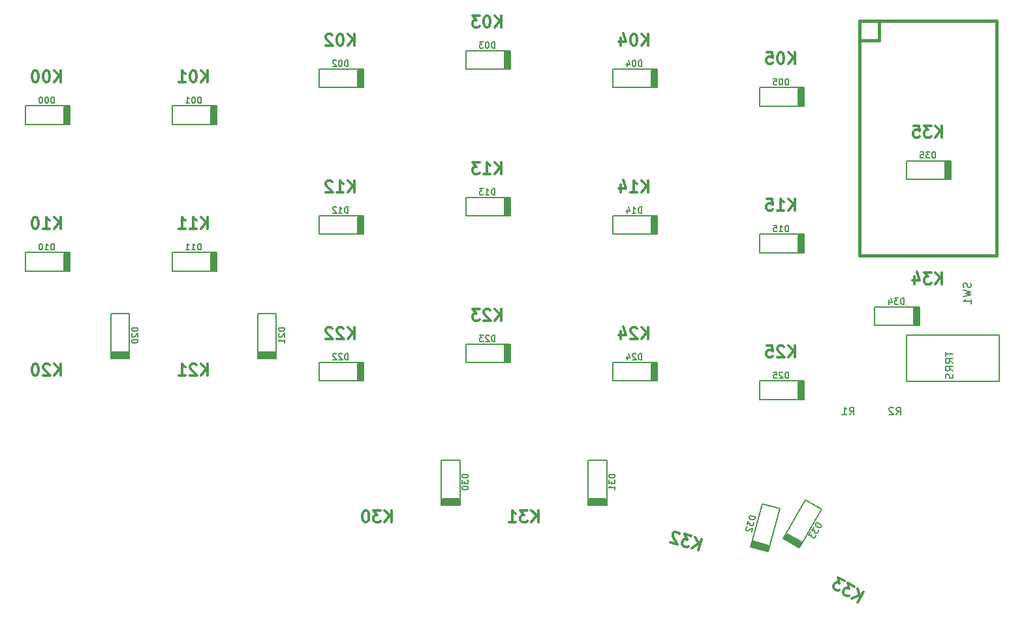
<source format=gbo>
G04 #@! TF.GenerationSoftware,KiCad,Pcbnew,(5.0.2)-1*
G04 #@! TF.CreationDate,2019-10-01T11:10:32-07:00*
G04 #@! TF.ProjectId,alexshatesu,616c6578-7368-4617-9465-73752e6b6963,rev?*
G04 #@! TF.SameCoordinates,Original*
G04 #@! TF.FileFunction,Legend,Bot*
G04 #@! TF.FilePolarity,Positive*
%FSLAX46Y46*%
G04 Gerber Fmt 4.6, Leading zero omitted, Abs format (unit mm)*
G04 Created by KiCad (PCBNEW (5.0.2)-1) date 2019-10-01 11:10:32 AM*
%MOMM*%
%LPD*%
G01*
G04 APERTURE LIST*
%ADD10C,0.150000*%
%ADD11C,0.381000*%
%ADD12C,0.200000*%
%ADD13C,0.304800*%
G04 APERTURE END LIST*
D10*
X119854761Y-31336666D02*
X119902380Y-31479523D01*
X119902380Y-31717619D01*
X119854761Y-31812857D01*
X119807142Y-31860476D01*
X119711904Y-31908095D01*
X119616666Y-31908095D01*
X119521428Y-31860476D01*
X119473809Y-31812857D01*
X119426190Y-31717619D01*
X119378571Y-31527142D01*
X119330952Y-31431904D01*
X119283333Y-31384285D01*
X119188095Y-31336666D01*
X119092857Y-31336666D01*
X118997619Y-31384285D01*
X118950000Y-31431904D01*
X118902380Y-31527142D01*
X118902380Y-31765238D01*
X118950000Y-31908095D01*
X118902380Y-32241428D02*
X119902380Y-32479523D01*
X119188095Y-32670000D01*
X119902380Y-32860476D01*
X118902380Y-33098571D01*
X119902380Y-34003333D02*
X119902380Y-33431904D01*
X119902380Y-33717619D02*
X118902380Y-33717619D01*
X119045238Y-33622380D01*
X119140476Y-33527142D01*
X119188095Y-33431904D01*
X104136666Y-48452380D02*
X104470000Y-47976190D01*
X104708095Y-48452380D02*
X104708095Y-47452380D01*
X104327142Y-47452380D01*
X104231904Y-47500000D01*
X104184285Y-47547619D01*
X104136666Y-47642857D01*
X104136666Y-47785714D01*
X104184285Y-47880952D01*
X104231904Y-47928571D01*
X104327142Y-47976190D01*
X104708095Y-47976190D01*
X103184285Y-48452380D02*
X103755714Y-48452380D01*
X103470000Y-48452380D02*
X103470000Y-47452380D01*
X103565238Y-47595238D01*
X103660476Y-47690476D01*
X103755714Y-47738095D01*
X110216666Y-48452380D02*
X110550000Y-47976190D01*
X110788095Y-48452380D02*
X110788095Y-47452380D01*
X110407142Y-47452380D01*
X110311904Y-47500000D01*
X110264285Y-47547619D01*
X110216666Y-47642857D01*
X110216666Y-47785714D01*
X110264285Y-47880952D01*
X110311904Y-47928571D01*
X110407142Y-47976190D01*
X110788095Y-47976190D01*
X109835714Y-47547619D02*
X109788095Y-47500000D01*
X109692857Y-47452380D01*
X109454761Y-47452380D01*
X109359523Y-47500000D01*
X109311904Y-47547619D01*
X109264285Y-47642857D01*
X109264285Y-47738095D01*
X109311904Y-47880952D01*
X109883333Y-48452380D01*
X109264285Y-48452380D01*
D11*
G04 #@! TO.C,U1*
X107950000Y200000D02*
X105410000Y200000D01*
X107950000Y2740000D02*
X107950000Y200000D01*
X105410000Y2740000D02*
X105410000Y-27740000D01*
X105410000Y-27740000D02*
X123190000Y-27740000D01*
X123190000Y2740000D02*
X105410000Y2740000D01*
X123190000Y-27740000D02*
X123190000Y2740000D01*
D10*
G04 #@! TO.C,J1*
X111540000Y-38112500D02*
X123540000Y-38112500D01*
X111540000Y-44112500D02*
X111540000Y-38112500D01*
X123540000Y-44112500D02*
X111540000Y-44112500D01*
X123540000Y-38112500D02*
X123540000Y-44112500D01*
D12*
G04 #@! TO.C,D00*
X-2800000Y-8325000D02*
X3000000Y-8325000D01*
X-2800000Y-10725000D02*
X-2800000Y-8325000D01*
X3000000Y-10725000D02*
X-2800000Y-10725000D01*
X3025000Y-8325000D02*
X3025000Y-10725000D01*
D10*
G36*
X2921000Y-10604500D02*
X2921000Y-8445500D01*
X2222500Y-8445500D01*
X2222500Y-10604500D01*
X2921000Y-10604500D01*
G37*
X2921000Y-10604500D02*
X2921000Y-8445500D01*
X2222500Y-8445500D01*
X2222500Y-10604500D01*
X2921000Y-10604500D01*
G04 #@! TO.C,D01*
G36*
X21971000Y-10604500D02*
X21971000Y-8445500D01*
X21272500Y-8445500D01*
X21272500Y-10604500D01*
X21971000Y-10604500D01*
G37*
X21971000Y-10604500D02*
X21971000Y-8445500D01*
X21272500Y-8445500D01*
X21272500Y-10604500D01*
X21971000Y-10604500D01*
D12*
X22075000Y-8325000D02*
X22075000Y-10725000D01*
X22050000Y-10725000D02*
X16250000Y-10725000D01*
X16250000Y-10725000D02*
X16250000Y-8325000D01*
X16250000Y-8325000D02*
X22050000Y-8325000D01*
G04 #@! TO.C,D02*
X35300000Y-3562500D02*
X41100000Y-3562500D01*
X35300000Y-5962500D02*
X35300000Y-3562500D01*
X41100000Y-5962500D02*
X35300000Y-5962500D01*
X41125000Y-3562500D02*
X41125000Y-5962500D01*
D10*
G36*
X41021000Y-5842000D02*
X41021000Y-3683000D01*
X40322500Y-3683000D01*
X40322500Y-5842000D01*
X41021000Y-5842000D01*
G37*
X41021000Y-5842000D02*
X41021000Y-3683000D01*
X40322500Y-3683000D01*
X40322500Y-5842000D01*
X41021000Y-5842000D01*
G04 #@! TO.C,D03*
G36*
X60071000Y-3460750D02*
X60071000Y-1301750D01*
X59372500Y-1301750D01*
X59372500Y-3460750D01*
X60071000Y-3460750D01*
G37*
X60071000Y-3460750D02*
X60071000Y-1301750D01*
X59372500Y-1301750D01*
X59372500Y-3460750D01*
X60071000Y-3460750D01*
D12*
X60175000Y-1181250D02*
X60175000Y-3581250D01*
X60150000Y-3581250D02*
X54350000Y-3581250D01*
X54350000Y-3581250D02*
X54350000Y-1181250D01*
X54350000Y-1181250D02*
X60150000Y-1181250D01*
G04 #@! TO.C,D04*
X73400000Y-3562500D02*
X79200000Y-3562500D01*
X73400000Y-5962500D02*
X73400000Y-3562500D01*
X79200000Y-5962500D02*
X73400000Y-5962500D01*
X79225000Y-3562500D02*
X79225000Y-5962500D01*
D10*
G36*
X79121000Y-5842000D02*
X79121000Y-3683000D01*
X78422500Y-3683000D01*
X78422500Y-5842000D01*
X79121000Y-5842000D01*
G37*
X79121000Y-5842000D02*
X79121000Y-3683000D01*
X78422500Y-3683000D01*
X78422500Y-5842000D01*
X79121000Y-5842000D01*
G04 #@! TO.C,D05*
G36*
X98171000Y-8223250D02*
X98171000Y-6064250D01*
X97472500Y-6064250D01*
X97472500Y-8223250D01*
X98171000Y-8223250D01*
G37*
X98171000Y-8223250D02*
X98171000Y-6064250D01*
X97472500Y-6064250D01*
X97472500Y-8223250D01*
X98171000Y-8223250D01*
D12*
X98275000Y-5943750D02*
X98275000Y-8343750D01*
X98250000Y-8343750D02*
X92450000Y-8343750D01*
X92450000Y-8343750D02*
X92450000Y-5943750D01*
X92450000Y-5943750D02*
X98250000Y-5943750D01*
D10*
G04 #@! TO.C,D10*
G36*
X2921000Y-29654500D02*
X2921000Y-27495500D01*
X2222500Y-27495500D01*
X2222500Y-29654500D01*
X2921000Y-29654500D01*
G37*
X2921000Y-29654500D02*
X2921000Y-27495500D01*
X2222500Y-27495500D01*
X2222500Y-29654500D01*
X2921000Y-29654500D01*
D12*
X3025000Y-27375000D02*
X3025000Y-29775000D01*
X3000000Y-29775000D02*
X-2800000Y-29775000D01*
X-2800000Y-29775000D02*
X-2800000Y-27375000D01*
X-2800000Y-27375000D02*
X3000000Y-27375000D01*
G04 #@! TO.C,D11*
X16250000Y-27375000D02*
X22050000Y-27375000D01*
X16250000Y-29775000D02*
X16250000Y-27375000D01*
X22050000Y-29775000D02*
X16250000Y-29775000D01*
X22075000Y-27375000D02*
X22075000Y-29775000D01*
D10*
G36*
X21971000Y-29654500D02*
X21971000Y-27495500D01*
X21272500Y-27495500D01*
X21272500Y-29654500D01*
X21971000Y-29654500D01*
G37*
X21971000Y-29654500D02*
X21971000Y-27495500D01*
X21272500Y-27495500D01*
X21272500Y-29654500D01*
X21971000Y-29654500D01*
G04 #@! TO.C,D12*
G36*
X41021000Y-24892000D02*
X41021000Y-22733000D01*
X40322500Y-22733000D01*
X40322500Y-24892000D01*
X41021000Y-24892000D01*
G37*
X41021000Y-24892000D02*
X41021000Y-22733000D01*
X40322500Y-22733000D01*
X40322500Y-24892000D01*
X41021000Y-24892000D01*
D12*
X41125000Y-22612500D02*
X41125000Y-25012500D01*
X41100000Y-25012500D02*
X35300000Y-25012500D01*
X35300000Y-25012500D02*
X35300000Y-22612500D01*
X35300000Y-22612500D02*
X41100000Y-22612500D01*
G04 #@! TO.C,D13*
X54350000Y-20231250D02*
X60150000Y-20231250D01*
X54350000Y-22631250D02*
X54350000Y-20231250D01*
X60150000Y-22631250D02*
X54350000Y-22631250D01*
X60175000Y-20231250D02*
X60175000Y-22631250D01*
D10*
G36*
X60071000Y-22510750D02*
X60071000Y-20351750D01*
X59372500Y-20351750D01*
X59372500Y-22510750D01*
X60071000Y-22510750D01*
G37*
X60071000Y-22510750D02*
X60071000Y-20351750D01*
X59372500Y-20351750D01*
X59372500Y-22510750D01*
X60071000Y-22510750D01*
G04 #@! TO.C,D14*
G36*
X79121000Y-24892000D02*
X79121000Y-22733000D01*
X78422500Y-22733000D01*
X78422500Y-24892000D01*
X79121000Y-24892000D01*
G37*
X79121000Y-24892000D02*
X79121000Y-22733000D01*
X78422500Y-22733000D01*
X78422500Y-24892000D01*
X79121000Y-24892000D01*
D12*
X79225000Y-22612500D02*
X79225000Y-25012500D01*
X79200000Y-25012500D02*
X73400000Y-25012500D01*
X73400000Y-25012500D02*
X73400000Y-22612500D01*
X73400000Y-22612500D02*
X79200000Y-22612500D01*
G04 #@! TO.C,D15*
X92450000Y-24993750D02*
X98250000Y-24993750D01*
X92450000Y-27393750D02*
X92450000Y-24993750D01*
X98250000Y-27393750D02*
X92450000Y-27393750D01*
X98275000Y-24993750D02*
X98275000Y-27393750D01*
D10*
G36*
X98171000Y-27273250D02*
X98171000Y-25114250D01*
X97472500Y-25114250D01*
X97472500Y-27273250D01*
X98171000Y-27273250D01*
G37*
X98171000Y-27273250D02*
X98171000Y-25114250D01*
X97472500Y-25114250D01*
X97472500Y-27273250D01*
X98171000Y-27273250D01*
G04 #@! TO.C,D20*
G36*
X8445500Y-41021000D02*
X10604500Y-41021000D01*
X10604500Y-40322500D01*
X8445500Y-40322500D01*
X8445500Y-41021000D01*
G37*
X8445500Y-41021000D02*
X10604500Y-41021000D01*
X10604500Y-40322500D01*
X8445500Y-40322500D01*
X8445500Y-41021000D01*
D12*
X10725000Y-41125000D02*
X8325000Y-41125000D01*
X8325000Y-41100000D02*
X8325000Y-35300000D01*
X8325000Y-35300000D02*
X10725000Y-35300000D01*
X10725000Y-35300000D02*
X10725000Y-41100000D01*
G04 #@! TO.C,D21*
X29775000Y-35300000D02*
X29775000Y-41100000D01*
X27375000Y-35300000D02*
X29775000Y-35300000D01*
X27375000Y-41100000D02*
X27375000Y-35300000D01*
X29775000Y-41125000D02*
X27375000Y-41125000D01*
D10*
G36*
X27495500Y-41021000D02*
X29654500Y-41021000D01*
X29654500Y-40322500D01*
X27495500Y-40322500D01*
X27495500Y-41021000D01*
G37*
X27495500Y-41021000D02*
X29654500Y-41021000D01*
X29654500Y-40322500D01*
X27495500Y-40322500D01*
X27495500Y-41021000D01*
G04 #@! TO.C,D22*
G36*
X41021000Y-43942000D02*
X41021000Y-41783000D01*
X40322500Y-41783000D01*
X40322500Y-43942000D01*
X41021000Y-43942000D01*
G37*
X41021000Y-43942000D02*
X41021000Y-41783000D01*
X40322500Y-41783000D01*
X40322500Y-43942000D01*
X41021000Y-43942000D01*
D12*
X41125000Y-41662500D02*
X41125000Y-44062500D01*
X41100000Y-44062500D02*
X35300000Y-44062500D01*
X35300000Y-44062500D02*
X35300000Y-41662500D01*
X35300000Y-41662500D02*
X41100000Y-41662500D01*
G04 #@! TO.C,D23*
X54350000Y-39281250D02*
X60150000Y-39281250D01*
X54350000Y-41681250D02*
X54350000Y-39281250D01*
X60150000Y-41681250D02*
X54350000Y-41681250D01*
X60175000Y-39281250D02*
X60175000Y-41681250D01*
D10*
G36*
X60071000Y-41560750D02*
X60071000Y-39401750D01*
X59372500Y-39401750D01*
X59372500Y-41560750D01*
X60071000Y-41560750D01*
G37*
X60071000Y-41560750D02*
X60071000Y-39401750D01*
X59372500Y-39401750D01*
X59372500Y-41560750D01*
X60071000Y-41560750D01*
G04 #@! TO.C,D24*
G36*
X79121000Y-43942000D02*
X79121000Y-41783000D01*
X78422500Y-41783000D01*
X78422500Y-43942000D01*
X79121000Y-43942000D01*
G37*
X79121000Y-43942000D02*
X79121000Y-41783000D01*
X78422500Y-41783000D01*
X78422500Y-43942000D01*
X79121000Y-43942000D01*
D12*
X79225000Y-41662500D02*
X79225000Y-44062500D01*
X79200000Y-44062500D02*
X73400000Y-44062500D01*
X73400000Y-44062500D02*
X73400000Y-41662500D01*
X73400000Y-41662500D02*
X79200000Y-41662500D01*
G04 #@! TO.C,D25*
X92450000Y-44043750D02*
X98250000Y-44043750D01*
X92450000Y-46443750D02*
X92450000Y-44043750D01*
X98250000Y-46443750D02*
X92450000Y-46443750D01*
X98275000Y-44043750D02*
X98275000Y-46443750D01*
D10*
G36*
X98171000Y-46323250D02*
X98171000Y-44164250D01*
X97472500Y-44164250D01*
X97472500Y-46323250D01*
X98171000Y-46323250D01*
G37*
X98171000Y-46323250D02*
X98171000Y-44164250D01*
X97472500Y-44164250D01*
X97472500Y-46323250D01*
X98171000Y-46323250D01*
G04 #@! TO.C,D30*
G36*
X51308000Y-60071000D02*
X53467000Y-60071000D01*
X53467000Y-59372500D01*
X51308000Y-59372500D01*
X51308000Y-60071000D01*
G37*
X51308000Y-60071000D02*
X53467000Y-60071000D01*
X53467000Y-59372500D01*
X51308000Y-59372500D01*
X51308000Y-60071000D01*
D12*
X53587500Y-60175000D02*
X51187500Y-60175000D01*
X51187500Y-60150000D02*
X51187500Y-54350000D01*
X51187500Y-54350000D02*
X53587500Y-54350000D01*
X53587500Y-54350000D02*
X53587500Y-60150000D01*
G04 #@! TO.C,D31*
X72637500Y-54350000D02*
X72637500Y-60150000D01*
X70237500Y-54350000D02*
X72637500Y-54350000D01*
X70237500Y-60150000D02*
X70237500Y-54350000D01*
X72637500Y-60175000D02*
X70237500Y-60175000D01*
D10*
G36*
X70358000Y-60071000D02*
X72517000Y-60071000D01*
X72517000Y-59372500D01*
X70358000Y-59372500D01*
X70358000Y-60071000D01*
G37*
X70358000Y-60071000D02*
X72517000Y-60071000D01*
X72517000Y-59372500D01*
X70358000Y-59372500D01*
X70358000Y-60071000D01*
G04 #@! TO.C,D32*
G36*
X91431273Y-65552074D02*
X93516706Y-66110864D01*
X93697492Y-65436165D01*
X91612058Y-64877375D01*
X91431273Y-65552074D01*
G37*
X91431273Y-65552074D02*
X93516706Y-66110864D01*
X93697492Y-65436165D01*
X91612058Y-64877375D01*
X91431273Y-65552074D01*
D12*
X93606183Y-66242508D02*
X91287961Y-65621343D01*
X91294432Y-65597195D02*
X92795582Y-59994825D01*
X92795582Y-59994825D02*
X95113804Y-60615992D01*
X95113804Y-60615992D02*
X93612654Y-66218360D01*
G04 #@! TO.C,D33*
X100519230Y-60685129D02*
X97619230Y-65708076D01*
X98440770Y-59485129D02*
X100519230Y-60685129D01*
X95540770Y-64508076D02*
X98440770Y-59485129D01*
X97606730Y-65729727D02*
X95528270Y-64529727D01*
D10*
G36*
X95684626Y-64499910D02*
X97554374Y-65579410D01*
X97903624Y-64974491D01*
X96033876Y-63894991D01*
X95684626Y-64499910D01*
G37*
X95684626Y-64499910D02*
X97554374Y-65579410D01*
X97903624Y-64974491D01*
X96033876Y-63894991D01*
X95684626Y-64499910D01*
G04 #@! TO.C,D34*
G36*
X113141000Y-36729500D02*
X113141000Y-34570500D01*
X112442500Y-34570500D01*
X112442500Y-36729500D01*
X113141000Y-36729500D01*
G37*
X113141000Y-36729500D02*
X113141000Y-34570500D01*
X112442500Y-34570500D01*
X112442500Y-36729500D01*
X113141000Y-36729500D01*
D12*
X113245000Y-34450000D02*
X113245000Y-36850000D01*
X113220000Y-36850000D02*
X107420000Y-36850000D01*
X107420000Y-36850000D02*
X107420000Y-34450000D01*
X107420000Y-34450000D02*
X113220000Y-34450000D01*
G04 #@! TO.C,D35*
X111500000Y-15468750D02*
X117300000Y-15468750D01*
X111500000Y-17868750D02*
X111500000Y-15468750D01*
X117300000Y-17868750D02*
X111500000Y-17868750D01*
X117325000Y-15468750D02*
X117325000Y-17868750D01*
D10*
G36*
X117221000Y-17748250D02*
X117221000Y-15589250D01*
X116522500Y-15589250D01*
X116522500Y-17748250D01*
X117221000Y-17748250D01*
G37*
X117221000Y-17748250D02*
X117221000Y-15589250D01*
X116522500Y-15589250D01*
X116522500Y-17748250D01*
X117221000Y-17748250D01*
G04 #@! TO.C,J1*
X116578880Y-40275095D02*
X116578880Y-40846523D01*
X117578880Y-40560809D02*
X116578880Y-40560809D01*
X117578880Y-41751285D02*
X117102690Y-41417952D01*
X117578880Y-41179857D02*
X116578880Y-41179857D01*
X116578880Y-41560809D01*
X116626500Y-41656047D01*
X116674119Y-41703666D01*
X116769357Y-41751285D01*
X116912214Y-41751285D01*
X117007452Y-41703666D01*
X117055071Y-41656047D01*
X117102690Y-41560809D01*
X117102690Y-41179857D01*
X117578880Y-42751285D02*
X117102690Y-42417952D01*
X117578880Y-42179857D02*
X116578880Y-42179857D01*
X116578880Y-42560809D01*
X116626500Y-42656047D01*
X116674119Y-42703666D01*
X116769357Y-42751285D01*
X116912214Y-42751285D01*
X117007452Y-42703666D01*
X117055071Y-42656047D01*
X117102690Y-42560809D01*
X117102690Y-42179857D01*
X117531261Y-43132238D02*
X117578880Y-43275095D01*
X117578880Y-43513190D01*
X117531261Y-43608428D01*
X117483642Y-43656047D01*
X117388404Y-43703666D01*
X117293166Y-43703666D01*
X117197928Y-43656047D01*
X117150309Y-43608428D01*
X117102690Y-43513190D01*
X117055071Y-43322714D01*
X117007452Y-43227476D01*
X116959833Y-43179857D01*
X116864595Y-43132238D01*
X116769357Y-43132238D01*
X116674119Y-43179857D01*
X116626500Y-43227476D01*
X116578880Y-43322714D01*
X116578880Y-43560809D01*
X116626500Y-43703666D01*
G04 #@! TO.C,D00*
X971428Y-7961904D02*
X971428Y-7161904D01*
X780952Y-7161904D01*
X666666Y-7200000D01*
X590476Y-7276190D01*
X552380Y-7352380D01*
X514285Y-7504761D01*
X514285Y-7619047D01*
X552380Y-7771428D01*
X590476Y-7847619D01*
X666666Y-7923809D01*
X780952Y-7961904D01*
X971428Y-7961904D01*
X19047Y-7161904D02*
X-57142Y-7161904D01*
X-133333Y-7200000D01*
X-171428Y-7238095D01*
X-209523Y-7314285D01*
X-247619Y-7466666D01*
X-247619Y-7657142D01*
X-209523Y-7809523D01*
X-171428Y-7885714D01*
X-133333Y-7923809D01*
X-57142Y-7961904D01*
X19047Y-7961904D01*
X95238Y-7923809D01*
X133333Y-7885714D01*
X171428Y-7809523D01*
X209523Y-7657142D01*
X209523Y-7466666D01*
X171428Y-7314285D01*
X133333Y-7238095D01*
X95238Y-7200000D01*
X19047Y-7161904D01*
X-742857Y-7161904D02*
X-819047Y-7161904D01*
X-895238Y-7200000D01*
X-933333Y-7238095D01*
X-971428Y-7314285D01*
X-1009523Y-7466666D01*
X-1009523Y-7657142D01*
X-971428Y-7809523D01*
X-933333Y-7885714D01*
X-895238Y-7923809D01*
X-819047Y-7961904D01*
X-742857Y-7961904D01*
X-666666Y-7923809D01*
X-628571Y-7885714D01*
X-590476Y-7809523D01*
X-552380Y-7657142D01*
X-552380Y-7466666D01*
X-590476Y-7314285D01*
X-628571Y-7238095D01*
X-666666Y-7200000D01*
X-742857Y-7161904D01*
G04 #@! TO.C,D01*
X20021428Y-7961904D02*
X20021428Y-7161904D01*
X19830952Y-7161904D01*
X19716666Y-7200000D01*
X19640476Y-7276190D01*
X19602380Y-7352380D01*
X19564285Y-7504761D01*
X19564285Y-7619047D01*
X19602380Y-7771428D01*
X19640476Y-7847619D01*
X19716666Y-7923809D01*
X19830952Y-7961904D01*
X20021428Y-7961904D01*
X19069047Y-7161904D02*
X18992857Y-7161904D01*
X18916666Y-7200000D01*
X18878571Y-7238095D01*
X18840476Y-7314285D01*
X18802380Y-7466666D01*
X18802380Y-7657142D01*
X18840476Y-7809523D01*
X18878571Y-7885714D01*
X18916666Y-7923809D01*
X18992857Y-7961904D01*
X19069047Y-7961904D01*
X19145238Y-7923809D01*
X19183333Y-7885714D01*
X19221428Y-7809523D01*
X19259523Y-7657142D01*
X19259523Y-7466666D01*
X19221428Y-7314285D01*
X19183333Y-7238095D01*
X19145238Y-7200000D01*
X19069047Y-7161904D01*
X18040476Y-7961904D02*
X18497619Y-7961904D01*
X18269047Y-7961904D02*
X18269047Y-7161904D01*
X18345238Y-7276190D01*
X18421428Y-7352380D01*
X18497619Y-7390476D01*
G04 #@! TO.C,D02*
X39071428Y-3199404D02*
X39071428Y-2399404D01*
X38880952Y-2399404D01*
X38766666Y-2437500D01*
X38690476Y-2513690D01*
X38652380Y-2589880D01*
X38614285Y-2742261D01*
X38614285Y-2856547D01*
X38652380Y-3008928D01*
X38690476Y-3085119D01*
X38766666Y-3161309D01*
X38880952Y-3199404D01*
X39071428Y-3199404D01*
X38119047Y-2399404D02*
X38042857Y-2399404D01*
X37966666Y-2437500D01*
X37928571Y-2475595D01*
X37890476Y-2551785D01*
X37852380Y-2704166D01*
X37852380Y-2894642D01*
X37890476Y-3047023D01*
X37928571Y-3123214D01*
X37966666Y-3161309D01*
X38042857Y-3199404D01*
X38119047Y-3199404D01*
X38195238Y-3161309D01*
X38233333Y-3123214D01*
X38271428Y-3047023D01*
X38309523Y-2894642D01*
X38309523Y-2704166D01*
X38271428Y-2551785D01*
X38233333Y-2475595D01*
X38195238Y-2437500D01*
X38119047Y-2399404D01*
X37547619Y-2475595D02*
X37509523Y-2437500D01*
X37433333Y-2399404D01*
X37242857Y-2399404D01*
X37166666Y-2437500D01*
X37128571Y-2475595D01*
X37090476Y-2551785D01*
X37090476Y-2627976D01*
X37128571Y-2742261D01*
X37585714Y-3199404D01*
X37090476Y-3199404D01*
G04 #@! TO.C,D03*
X58121428Y-818154D02*
X58121428Y-18154D01*
X57930952Y-18154D01*
X57816666Y-56250D01*
X57740476Y-132440D01*
X57702380Y-208630D01*
X57664285Y-361011D01*
X57664285Y-475297D01*
X57702380Y-627678D01*
X57740476Y-703869D01*
X57816666Y-780059D01*
X57930952Y-818154D01*
X58121428Y-818154D01*
X57169047Y-18154D02*
X57092857Y-18154D01*
X57016666Y-56250D01*
X56978571Y-94345D01*
X56940476Y-170535D01*
X56902380Y-322916D01*
X56902380Y-513392D01*
X56940476Y-665773D01*
X56978571Y-741964D01*
X57016666Y-780059D01*
X57092857Y-818154D01*
X57169047Y-818154D01*
X57245238Y-780059D01*
X57283333Y-741964D01*
X57321428Y-665773D01*
X57359523Y-513392D01*
X57359523Y-322916D01*
X57321428Y-170535D01*
X57283333Y-94345D01*
X57245238Y-56250D01*
X57169047Y-18154D01*
X56635714Y-18154D02*
X56140476Y-18154D01*
X56407142Y-322916D01*
X56292857Y-322916D01*
X56216666Y-361011D01*
X56178571Y-399107D01*
X56140476Y-475297D01*
X56140476Y-665773D01*
X56178571Y-741964D01*
X56216666Y-780059D01*
X56292857Y-818154D01*
X56521428Y-818154D01*
X56597619Y-780059D01*
X56635714Y-741964D01*
G04 #@! TO.C,D04*
X77171428Y-3199404D02*
X77171428Y-2399404D01*
X76980952Y-2399404D01*
X76866666Y-2437500D01*
X76790476Y-2513690D01*
X76752380Y-2589880D01*
X76714285Y-2742261D01*
X76714285Y-2856547D01*
X76752380Y-3008928D01*
X76790476Y-3085119D01*
X76866666Y-3161309D01*
X76980952Y-3199404D01*
X77171428Y-3199404D01*
X76219047Y-2399404D02*
X76142857Y-2399404D01*
X76066666Y-2437500D01*
X76028571Y-2475595D01*
X75990476Y-2551785D01*
X75952380Y-2704166D01*
X75952380Y-2894642D01*
X75990476Y-3047023D01*
X76028571Y-3123214D01*
X76066666Y-3161309D01*
X76142857Y-3199404D01*
X76219047Y-3199404D01*
X76295238Y-3161309D01*
X76333333Y-3123214D01*
X76371428Y-3047023D01*
X76409523Y-2894642D01*
X76409523Y-2704166D01*
X76371428Y-2551785D01*
X76333333Y-2475595D01*
X76295238Y-2437500D01*
X76219047Y-2399404D01*
X75266666Y-2666071D02*
X75266666Y-3199404D01*
X75457142Y-2361309D02*
X75647619Y-2932738D01*
X75152380Y-2932738D01*
G04 #@! TO.C,D05*
X96221428Y-5580654D02*
X96221428Y-4780654D01*
X96030952Y-4780654D01*
X95916666Y-4818750D01*
X95840476Y-4894940D01*
X95802380Y-4971130D01*
X95764285Y-5123511D01*
X95764285Y-5237797D01*
X95802380Y-5390178D01*
X95840476Y-5466369D01*
X95916666Y-5542559D01*
X96030952Y-5580654D01*
X96221428Y-5580654D01*
X95269047Y-4780654D02*
X95192857Y-4780654D01*
X95116666Y-4818750D01*
X95078571Y-4856845D01*
X95040476Y-4933035D01*
X95002380Y-5085416D01*
X95002380Y-5275892D01*
X95040476Y-5428273D01*
X95078571Y-5504464D01*
X95116666Y-5542559D01*
X95192857Y-5580654D01*
X95269047Y-5580654D01*
X95345238Y-5542559D01*
X95383333Y-5504464D01*
X95421428Y-5428273D01*
X95459523Y-5275892D01*
X95459523Y-5085416D01*
X95421428Y-4933035D01*
X95383333Y-4856845D01*
X95345238Y-4818750D01*
X95269047Y-4780654D01*
X94278571Y-4780654D02*
X94659523Y-4780654D01*
X94697619Y-5161607D01*
X94659523Y-5123511D01*
X94583333Y-5085416D01*
X94392857Y-5085416D01*
X94316666Y-5123511D01*
X94278571Y-5161607D01*
X94240476Y-5237797D01*
X94240476Y-5428273D01*
X94278571Y-5504464D01*
X94316666Y-5542559D01*
X94392857Y-5580654D01*
X94583333Y-5580654D01*
X94659523Y-5542559D01*
X94697619Y-5504464D01*
G04 #@! TO.C,D10*
X971428Y-27011904D02*
X971428Y-26211904D01*
X780952Y-26211904D01*
X666666Y-26250000D01*
X590476Y-26326190D01*
X552380Y-26402380D01*
X514285Y-26554761D01*
X514285Y-26669047D01*
X552380Y-26821428D01*
X590476Y-26897619D01*
X666666Y-26973809D01*
X780952Y-27011904D01*
X971428Y-27011904D01*
X-247619Y-27011904D02*
X209523Y-27011904D01*
X-19047Y-27011904D02*
X-19047Y-26211904D01*
X57142Y-26326190D01*
X133333Y-26402380D01*
X209523Y-26440476D01*
X-742857Y-26211904D02*
X-819047Y-26211904D01*
X-895238Y-26250000D01*
X-933333Y-26288095D01*
X-971428Y-26364285D01*
X-1009523Y-26516666D01*
X-1009523Y-26707142D01*
X-971428Y-26859523D01*
X-933333Y-26935714D01*
X-895238Y-26973809D01*
X-819047Y-27011904D01*
X-742857Y-27011904D01*
X-666666Y-26973809D01*
X-628571Y-26935714D01*
X-590476Y-26859523D01*
X-552380Y-26707142D01*
X-552380Y-26516666D01*
X-590476Y-26364285D01*
X-628571Y-26288095D01*
X-666666Y-26250000D01*
X-742857Y-26211904D01*
G04 #@! TO.C,D11*
X20021428Y-27011904D02*
X20021428Y-26211904D01*
X19830952Y-26211904D01*
X19716666Y-26250000D01*
X19640476Y-26326190D01*
X19602380Y-26402380D01*
X19564285Y-26554761D01*
X19564285Y-26669047D01*
X19602380Y-26821428D01*
X19640476Y-26897619D01*
X19716666Y-26973809D01*
X19830952Y-27011904D01*
X20021428Y-27011904D01*
X18802380Y-27011904D02*
X19259523Y-27011904D01*
X19030952Y-27011904D02*
X19030952Y-26211904D01*
X19107142Y-26326190D01*
X19183333Y-26402380D01*
X19259523Y-26440476D01*
X18040476Y-27011904D02*
X18497619Y-27011904D01*
X18269047Y-27011904D02*
X18269047Y-26211904D01*
X18345238Y-26326190D01*
X18421428Y-26402380D01*
X18497619Y-26440476D01*
G04 #@! TO.C,D12*
X39071428Y-22249404D02*
X39071428Y-21449404D01*
X38880952Y-21449404D01*
X38766666Y-21487500D01*
X38690476Y-21563690D01*
X38652380Y-21639880D01*
X38614285Y-21792261D01*
X38614285Y-21906547D01*
X38652380Y-22058928D01*
X38690476Y-22135119D01*
X38766666Y-22211309D01*
X38880952Y-22249404D01*
X39071428Y-22249404D01*
X37852380Y-22249404D02*
X38309523Y-22249404D01*
X38080952Y-22249404D02*
X38080952Y-21449404D01*
X38157142Y-21563690D01*
X38233333Y-21639880D01*
X38309523Y-21677976D01*
X37547619Y-21525595D02*
X37509523Y-21487500D01*
X37433333Y-21449404D01*
X37242857Y-21449404D01*
X37166666Y-21487500D01*
X37128571Y-21525595D01*
X37090476Y-21601785D01*
X37090476Y-21677976D01*
X37128571Y-21792261D01*
X37585714Y-22249404D01*
X37090476Y-22249404D01*
G04 #@! TO.C,D13*
X58121428Y-19868154D02*
X58121428Y-19068154D01*
X57930952Y-19068154D01*
X57816666Y-19106250D01*
X57740476Y-19182440D01*
X57702380Y-19258630D01*
X57664285Y-19411011D01*
X57664285Y-19525297D01*
X57702380Y-19677678D01*
X57740476Y-19753869D01*
X57816666Y-19830059D01*
X57930952Y-19868154D01*
X58121428Y-19868154D01*
X56902380Y-19868154D02*
X57359523Y-19868154D01*
X57130952Y-19868154D02*
X57130952Y-19068154D01*
X57207142Y-19182440D01*
X57283333Y-19258630D01*
X57359523Y-19296726D01*
X56635714Y-19068154D02*
X56140476Y-19068154D01*
X56407142Y-19372916D01*
X56292857Y-19372916D01*
X56216666Y-19411011D01*
X56178571Y-19449107D01*
X56140476Y-19525297D01*
X56140476Y-19715773D01*
X56178571Y-19791964D01*
X56216666Y-19830059D01*
X56292857Y-19868154D01*
X56521428Y-19868154D01*
X56597619Y-19830059D01*
X56635714Y-19791964D01*
G04 #@! TO.C,D14*
X77171428Y-22249404D02*
X77171428Y-21449404D01*
X76980952Y-21449404D01*
X76866666Y-21487500D01*
X76790476Y-21563690D01*
X76752380Y-21639880D01*
X76714285Y-21792261D01*
X76714285Y-21906547D01*
X76752380Y-22058928D01*
X76790476Y-22135119D01*
X76866666Y-22211309D01*
X76980952Y-22249404D01*
X77171428Y-22249404D01*
X75952380Y-22249404D02*
X76409523Y-22249404D01*
X76180952Y-22249404D02*
X76180952Y-21449404D01*
X76257142Y-21563690D01*
X76333333Y-21639880D01*
X76409523Y-21677976D01*
X75266666Y-21716071D02*
X75266666Y-22249404D01*
X75457142Y-21411309D02*
X75647619Y-21982738D01*
X75152380Y-21982738D01*
G04 #@! TO.C,D15*
X96221428Y-24630654D02*
X96221428Y-23830654D01*
X96030952Y-23830654D01*
X95916666Y-23868750D01*
X95840476Y-23944940D01*
X95802380Y-24021130D01*
X95764285Y-24173511D01*
X95764285Y-24287797D01*
X95802380Y-24440178D01*
X95840476Y-24516369D01*
X95916666Y-24592559D01*
X96030952Y-24630654D01*
X96221428Y-24630654D01*
X95002380Y-24630654D02*
X95459523Y-24630654D01*
X95230952Y-24630654D02*
X95230952Y-23830654D01*
X95307142Y-23944940D01*
X95383333Y-24021130D01*
X95459523Y-24059226D01*
X94278571Y-23830654D02*
X94659523Y-23830654D01*
X94697619Y-24211607D01*
X94659523Y-24173511D01*
X94583333Y-24135416D01*
X94392857Y-24135416D01*
X94316666Y-24173511D01*
X94278571Y-24211607D01*
X94240476Y-24287797D01*
X94240476Y-24478273D01*
X94278571Y-24554464D01*
X94316666Y-24592559D01*
X94392857Y-24630654D01*
X94583333Y-24630654D01*
X94659523Y-24592559D01*
X94697619Y-24554464D01*
G04 #@! TO.C,D20*
X11811904Y-37128571D02*
X11011904Y-37128571D01*
X11011904Y-37319047D01*
X11050000Y-37433333D01*
X11126190Y-37509523D01*
X11202380Y-37547619D01*
X11354761Y-37585714D01*
X11469047Y-37585714D01*
X11621428Y-37547619D01*
X11697619Y-37509523D01*
X11773809Y-37433333D01*
X11811904Y-37319047D01*
X11811904Y-37128571D01*
X11088095Y-37890476D02*
X11050000Y-37928571D01*
X11011904Y-38004761D01*
X11011904Y-38195238D01*
X11050000Y-38271428D01*
X11088095Y-38309523D01*
X11164285Y-38347619D01*
X11240476Y-38347619D01*
X11354761Y-38309523D01*
X11811904Y-37852380D01*
X11811904Y-38347619D01*
X11011904Y-38842857D02*
X11011904Y-38919047D01*
X11050000Y-38995238D01*
X11088095Y-39033333D01*
X11164285Y-39071428D01*
X11316666Y-39109523D01*
X11507142Y-39109523D01*
X11659523Y-39071428D01*
X11735714Y-39033333D01*
X11773809Y-38995238D01*
X11811904Y-38919047D01*
X11811904Y-38842857D01*
X11773809Y-38766666D01*
X11735714Y-38728571D01*
X11659523Y-38690476D01*
X11507142Y-38652380D01*
X11316666Y-38652380D01*
X11164285Y-38690476D01*
X11088095Y-38728571D01*
X11050000Y-38766666D01*
X11011904Y-38842857D01*
G04 #@! TO.C,D21*
X30861904Y-37128571D02*
X30061904Y-37128571D01*
X30061904Y-37319047D01*
X30100000Y-37433333D01*
X30176190Y-37509523D01*
X30252380Y-37547619D01*
X30404761Y-37585714D01*
X30519047Y-37585714D01*
X30671428Y-37547619D01*
X30747619Y-37509523D01*
X30823809Y-37433333D01*
X30861904Y-37319047D01*
X30861904Y-37128571D01*
X30138095Y-37890476D02*
X30100000Y-37928571D01*
X30061904Y-38004761D01*
X30061904Y-38195238D01*
X30100000Y-38271428D01*
X30138095Y-38309523D01*
X30214285Y-38347619D01*
X30290476Y-38347619D01*
X30404761Y-38309523D01*
X30861904Y-37852380D01*
X30861904Y-38347619D01*
X30861904Y-39109523D02*
X30861904Y-38652380D01*
X30861904Y-38880952D02*
X30061904Y-38880952D01*
X30176190Y-38804761D01*
X30252380Y-38728571D01*
X30290476Y-38652380D01*
G04 #@! TO.C,D22*
X39071428Y-41299404D02*
X39071428Y-40499404D01*
X38880952Y-40499404D01*
X38766666Y-40537500D01*
X38690476Y-40613690D01*
X38652380Y-40689880D01*
X38614285Y-40842261D01*
X38614285Y-40956547D01*
X38652380Y-41108928D01*
X38690476Y-41185119D01*
X38766666Y-41261309D01*
X38880952Y-41299404D01*
X39071428Y-41299404D01*
X38309523Y-40575595D02*
X38271428Y-40537500D01*
X38195238Y-40499404D01*
X38004761Y-40499404D01*
X37928571Y-40537500D01*
X37890476Y-40575595D01*
X37852380Y-40651785D01*
X37852380Y-40727976D01*
X37890476Y-40842261D01*
X38347619Y-41299404D01*
X37852380Y-41299404D01*
X37547619Y-40575595D02*
X37509523Y-40537500D01*
X37433333Y-40499404D01*
X37242857Y-40499404D01*
X37166666Y-40537500D01*
X37128571Y-40575595D01*
X37090476Y-40651785D01*
X37090476Y-40727976D01*
X37128571Y-40842261D01*
X37585714Y-41299404D01*
X37090476Y-41299404D01*
G04 #@! TO.C,D23*
X58121428Y-38918154D02*
X58121428Y-38118154D01*
X57930952Y-38118154D01*
X57816666Y-38156250D01*
X57740476Y-38232440D01*
X57702380Y-38308630D01*
X57664285Y-38461011D01*
X57664285Y-38575297D01*
X57702380Y-38727678D01*
X57740476Y-38803869D01*
X57816666Y-38880059D01*
X57930952Y-38918154D01*
X58121428Y-38918154D01*
X57359523Y-38194345D02*
X57321428Y-38156250D01*
X57245238Y-38118154D01*
X57054761Y-38118154D01*
X56978571Y-38156250D01*
X56940476Y-38194345D01*
X56902380Y-38270535D01*
X56902380Y-38346726D01*
X56940476Y-38461011D01*
X57397619Y-38918154D01*
X56902380Y-38918154D01*
X56635714Y-38118154D02*
X56140476Y-38118154D01*
X56407142Y-38422916D01*
X56292857Y-38422916D01*
X56216666Y-38461011D01*
X56178571Y-38499107D01*
X56140476Y-38575297D01*
X56140476Y-38765773D01*
X56178571Y-38841964D01*
X56216666Y-38880059D01*
X56292857Y-38918154D01*
X56521428Y-38918154D01*
X56597619Y-38880059D01*
X56635714Y-38841964D01*
G04 #@! TO.C,D24*
X77171428Y-41299404D02*
X77171428Y-40499404D01*
X76980952Y-40499404D01*
X76866666Y-40537500D01*
X76790476Y-40613690D01*
X76752380Y-40689880D01*
X76714285Y-40842261D01*
X76714285Y-40956547D01*
X76752380Y-41108928D01*
X76790476Y-41185119D01*
X76866666Y-41261309D01*
X76980952Y-41299404D01*
X77171428Y-41299404D01*
X76409523Y-40575595D02*
X76371428Y-40537500D01*
X76295238Y-40499404D01*
X76104761Y-40499404D01*
X76028571Y-40537500D01*
X75990476Y-40575595D01*
X75952380Y-40651785D01*
X75952380Y-40727976D01*
X75990476Y-40842261D01*
X76447619Y-41299404D01*
X75952380Y-41299404D01*
X75266666Y-40766071D02*
X75266666Y-41299404D01*
X75457142Y-40461309D02*
X75647619Y-41032738D01*
X75152380Y-41032738D01*
G04 #@! TO.C,D25*
X96221428Y-43680654D02*
X96221428Y-42880654D01*
X96030952Y-42880654D01*
X95916666Y-42918750D01*
X95840476Y-42994940D01*
X95802380Y-43071130D01*
X95764285Y-43223511D01*
X95764285Y-43337797D01*
X95802380Y-43490178D01*
X95840476Y-43566369D01*
X95916666Y-43642559D01*
X96030952Y-43680654D01*
X96221428Y-43680654D01*
X95459523Y-42956845D02*
X95421428Y-42918750D01*
X95345238Y-42880654D01*
X95154761Y-42880654D01*
X95078571Y-42918750D01*
X95040476Y-42956845D01*
X95002380Y-43033035D01*
X95002380Y-43109226D01*
X95040476Y-43223511D01*
X95497619Y-43680654D01*
X95002380Y-43680654D01*
X94278571Y-42880654D02*
X94659523Y-42880654D01*
X94697619Y-43261607D01*
X94659523Y-43223511D01*
X94583333Y-43185416D01*
X94392857Y-43185416D01*
X94316666Y-43223511D01*
X94278571Y-43261607D01*
X94240476Y-43337797D01*
X94240476Y-43528273D01*
X94278571Y-43604464D01*
X94316666Y-43642559D01*
X94392857Y-43680654D01*
X94583333Y-43680654D01*
X94659523Y-43642559D01*
X94697619Y-43604464D01*
G04 #@! TO.C,D30*
X54674404Y-56178571D02*
X53874404Y-56178571D01*
X53874404Y-56369047D01*
X53912500Y-56483333D01*
X53988690Y-56559523D01*
X54064880Y-56597619D01*
X54217261Y-56635714D01*
X54331547Y-56635714D01*
X54483928Y-56597619D01*
X54560119Y-56559523D01*
X54636309Y-56483333D01*
X54674404Y-56369047D01*
X54674404Y-56178571D01*
X53874404Y-56902380D02*
X53874404Y-57397619D01*
X54179166Y-57130952D01*
X54179166Y-57245238D01*
X54217261Y-57321428D01*
X54255357Y-57359523D01*
X54331547Y-57397619D01*
X54522023Y-57397619D01*
X54598214Y-57359523D01*
X54636309Y-57321428D01*
X54674404Y-57245238D01*
X54674404Y-57016666D01*
X54636309Y-56940476D01*
X54598214Y-56902380D01*
X53874404Y-57892857D02*
X53874404Y-57969047D01*
X53912500Y-58045238D01*
X53950595Y-58083333D01*
X54026785Y-58121428D01*
X54179166Y-58159523D01*
X54369642Y-58159523D01*
X54522023Y-58121428D01*
X54598214Y-58083333D01*
X54636309Y-58045238D01*
X54674404Y-57969047D01*
X54674404Y-57892857D01*
X54636309Y-57816666D01*
X54598214Y-57778571D01*
X54522023Y-57740476D01*
X54369642Y-57702380D01*
X54179166Y-57702380D01*
X54026785Y-57740476D01*
X53950595Y-57778571D01*
X53912500Y-57816666D01*
X53874404Y-57892857D01*
G04 #@! TO.C,D31*
X73724404Y-56178571D02*
X72924404Y-56178571D01*
X72924404Y-56369047D01*
X72962500Y-56483333D01*
X73038690Y-56559523D01*
X73114880Y-56597619D01*
X73267261Y-56635714D01*
X73381547Y-56635714D01*
X73533928Y-56597619D01*
X73610119Y-56559523D01*
X73686309Y-56483333D01*
X73724404Y-56369047D01*
X73724404Y-56178571D01*
X72924404Y-56902380D02*
X72924404Y-57397619D01*
X73229166Y-57130952D01*
X73229166Y-57245238D01*
X73267261Y-57321428D01*
X73305357Y-57359523D01*
X73381547Y-57397619D01*
X73572023Y-57397619D01*
X73648214Y-57359523D01*
X73686309Y-57321428D01*
X73724404Y-57245238D01*
X73724404Y-57016666D01*
X73686309Y-56940476D01*
X73648214Y-56902380D01*
X73724404Y-58159523D02*
X73724404Y-57702380D01*
X73724404Y-57930952D02*
X72924404Y-57930952D01*
X73038690Y-57854761D01*
X73114880Y-57778571D01*
X73152976Y-57702380D01*
G04 #@! TO.C,D32*
X91950997Y-61715339D02*
X91178256Y-61508284D01*
X91128957Y-61692270D01*
X91136175Y-61812521D01*
X91190050Y-61905835D01*
X91253785Y-61962352D01*
X91391114Y-62038588D01*
X91501505Y-62068168D01*
X91658553Y-62070809D01*
X91742008Y-62053732D01*
X91835322Y-61999857D01*
X91901698Y-61899325D01*
X91950997Y-61715339D01*
X90990921Y-62207430D02*
X90862743Y-62685794D01*
X91226139Y-62507092D01*
X91196560Y-62617483D01*
X91213638Y-62700937D01*
X91240575Y-62747594D01*
X91304310Y-62804111D01*
X91488295Y-62853410D01*
X91571750Y-62836332D01*
X91618407Y-62809395D01*
X91674923Y-62745660D01*
X91734082Y-62524877D01*
X91717004Y-62441423D01*
X91690067Y-62394766D01*
X90857460Y-62999891D02*
X90810803Y-63026828D01*
X90754286Y-63090563D01*
X90704987Y-63274549D01*
X90722065Y-63358003D01*
X90749002Y-63404660D01*
X90812737Y-63461176D01*
X90886331Y-63480896D01*
X91006582Y-63473678D01*
X91566466Y-63150429D01*
X91438289Y-63628792D01*
G04 #@! TO.C,D33*
X100546232Y-62812170D02*
X99853411Y-62412170D01*
X99758173Y-62577127D01*
X99734022Y-62695149D01*
X99761909Y-62799227D01*
X99808845Y-62870314D01*
X99921763Y-62979496D01*
X100020737Y-63036639D01*
X100171750Y-63079838D01*
X100256781Y-63084942D01*
X100360859Y-63057054D01*
X100450993Y-62977127D01*
X100546232Y-62812170D01*
X99491506Y-63039007D02*
X99243887Y-63467896D01*
X99641152Y-63389337D01*
X99584009Y-63488311D01*
X99578906Y-63573342D01*
X99592849Y-63625381D01*
X99639785Y-63696468D01*
X99804742Y-63791706D01*
X99889772Y-63796810D01*
X99941811Y-63782866D01*
X100012898Y-63735930D01*
X100127184Y-63537982D01*
X100132288Y-63452951D01*
X100118344Y-63400912D01*
X99110554Y-63698836D02*
X98862935Y-64127725D01*
X99260200Y-64049166D01*
X99203057Y-64148140D01*
X99197953Y-64233171D01*
X99211897Y-64285210D01*
X99258832Y-64356297D01*
X99423790Y-64451535D01*
X99508820Y-64456638D01*
X99560859Y-64442695D01*
X99631946Y-64395759D01*
X99746232Y-64197811D01*
X99751335Y-64112780D01*
X99737391Y-64060741D01*
G04 #@! TO.C,D34*
X111191428Y-34086904D02*
X111191428Y-33286904D01*
X111000952Y-33286904D01*
X110886666Y-33325000D01*
X110810476Y-33401190D01*
X110772380Y-33477380D01*
X110734285Y-33629761D01*
X110734285Y-33744047D01*
X110772380Y-33896428D01*
X110810476Y-33972619D01*
X110886666Y-34048809D01*
X111000952Y-34086904D01*
X111191428Y-34086904D01*
X110467619Y-33286904D02*
X109972380Y-33286904D01*
X110239047Y-33591666D01*
X110124761Y-33591666D01*
X110048571Y-33629761D01*
X110010476Y-33667857D01*
X109972380Y-33744047D01*
X109972380Y-33934523D01*
X110010476Y-34010714D01*
X110048571Y-34048809D01*
X110124761Y-34086904D01*
X110353333Y-34086904D01*
X110429523Y-34048809D01*
X110467619Y-34010714D01*
X109286666Y-33553571D02*
X109286666Y-34086904D01*
X109477142Y-33248809D02*
X109667619Y-33820238D01*
X109172380Y-33820238D01*
G04 #@! TO.C,D35*
X115271428Y-15105654D02*
X115271428Y-14305654D01*
X115080952Y-14305654D01*
X114966666Y-14343750D01*
X114890476Y-14419940D01*
X114852380Y-14496130D01*
X114814285Y-14648511D01*
X114814285Y-14762797D01*
X114852380Y-14915178D01*
X114890476Y-14991369D01*
X114966666Y-15067559D01*
X115080952Y-15105654D01*
X115271428Y-15105654D01*
X114547619Y-14305654D02*
X114052380Y-14305654D01*
X114319047Y-14610416D01*
X114204761Y-14610416D01*
X114128571Y-14648511D01*
X114090476Y-14686607D01*
X114052380Y-14762797D01*
X114052380Y-14953273D01*
X114090476Y-15029464D01*
X114128571Y-15067559D01*
X114204761Y-15105654D01*
X114433333Y-15105654D01*
X114509523Y-15067559D01*
X114547619Y-15029464D01*
X113328571Y-14305654D02*
X113709523Y-14305654D01*
X113747619Y-14686607D01*
X113709523Y-14648511D01*
X113633333Y-14610416D01*
X113442857Y-14610416D01*
X113366666Y-14648511D01*
X113328571Y-14686607D01*
X113290476Y-14762797D01*
X113290476Y-14953273D01*
X113328571Y-15029464D01*
X113366666Y-15067559D01*
X113442857Y-15105654D01*
X113633333Y-15105654D01*
X113709523Y-15067559D01*
X113747619Y-15029464D01*
G04 #@! TO.C,K00*
D13*
X1850571Y-5261428D02*
X1850571Y-3737428D01*
X979714Y-5261428D02*
X1632857Y-4390571D01*
X979714Y-3737428D02*
X1850571Y-4608285D01*
X36285Y-3737428D02*
X-108857Y-3737428D01*
X-254000Y-3810000D01*
X-326571Y-3882571D01*
X-399142Y-4027714D01*
X-471714Y-4318000D01*
X-471714Y-4680857D01*
X-399142Y-4971142D01*
X-326571Y-5116285D01*
X-254000Y-5188857D01*
X-108857Y-5261428D01*
X36285Y-5261428D01*
X181428Y-5188857D01*
X253999Y-5116285D01*
X326571Y-4971142D01*
X399142Y-4680857D01*
X399142Y-4318000D01*
X326571Y-4027714D01*
X253999Y-3882571D01*
X181428Y-3810000D01*
X36285Y-3737428D01*
X-1415142Y-3737428D02*
X-1560285Y-3737428D01*
X-1705428Y-3810000D01*
X-1778000Y-3882571D01*
X-1850571Y-4027714D01*
X-1923142Y-4318000D01*
X-1923142Y-4680857D01*
X-1850571Y-4971142D01*
X-1778000Y-5116285D01*
X-1705428Y-5188857D01*
X-1560285Y-5261428D01*
X-1415142Y-5261428D01*
X-1270000Y-5188857D01*
X-1197428Y-5116285D01*
X-1124857Y-4971142D01*
X-1052285Y-4680857D01*
X-1052285Y-4318000D01*
X-1124857Y-4027714D01*
X-1197428Y-3882571D01*
X-1270000Y-3810000D01*
X-1415142Y-3737428D01*
G04 #@! TO.C,K01*
X20900571Y-5261428D02*
X20900571Y-3737428D01*
X20029714Y-5261428D02*
X20682857Y-4390571D01*
X20029714Y-3737428D02*
X20900571Y-4608285D01*
X19086285Y-3737428D02*
X18941142Y-3737428D01*
X18796000Y-3810000D01*
X18723428Y-3882571D01*
X18650857Y-4027714D01*
X18578285Y-4318000D01*
X18578285Y-4680857D01*
X18650857Y-4971142D01*
X18723428Y-5116285D01*
X18796000Y-5188857D01*
X18941142Y-5261428D01*
X19086285Y-5261428D01*
X19231428Y-5188857D01*
X19304000Y-5116285D01*
X19376571Y-4971142D01*
X19449142Y-4680857D01*
X19449142Y-4318000D01*
X19376571Y-4027714D01*
X19304000Y-3882571D01*
X19231428Y-3810000D01*
X19086285Y-3737428D01*
X17126857Y-5261428D02*
X17997714Y-5261428D01*
X17562285Y-5261428D02*
X17562285Y-3737428D01*
X17707428Y-3955142D01*
X17852571Y-4100285D01*
X17997714Y-4172857D01*
G04 #@! TO.C,K02*
X39950571Y-498928D02*
X39950571Y1025071D01*
X39079714Y-498928D02*
X39732857Y371928D01*
X39079714Y1025071D02*
X39950571Y154214D01*
X38136285Y1025071D02*
X37991142Y1025071D01*
X37846000Y952500D01*
X37773428Y879928D01*
X37700857Y734785D01*
X37628285Y444500D01*
X37628285Y81642D01*
X37700857Y-208642D01*
X37773428Y-353785D01*
X37846000Y-426357D01*
X37991142Y-498928D01*
X38136285Y-498928D01*
X38281428Y-426357D01*
X38354000Y-353785D01*
X38426571Y-208642D01*
X38499142Y81642D01*
X38499142Y444500D01*
X38426571Y734785D01*
X38354000Y879928D01*
X38281428Y952500D01*
X38136285Y1025071D01*
X37047714Y879928D02*
X36975142Y952500D01*
X36830000Y1025071D01*
X36467142Y1025071D01*
X36322000Y952500D01*
X36249428Y879928D01*
X36176857Y734785D01*
X36176857Y589642D01*
X36249428Y371928D01*
X37120285Y-498928D01*
X36176857Y-498928D01*
G04 #@! TO.C,K03*
X59000571Y1882321D02*
X59000571Y3406321D01*
X58129714Y1882321D02*
X58782857Y2753178D01*
X58129714Y3406321D02*
X59000571Y2535464D01*
X57186285Y3406321D02*
X57041142Y3406321D01*
X56896000Y3333750D01*
X56823428Y3261178D01*
X56750857Y3116035D01*
X56678285Y2825750D01*
X56678285Y2462892D01*
X56750857Y2172607D01*
X56823428Y2027464D01*
X56896000Y1954892D01*
X57041142Y1882321D01*
X57186285Y1882321D01*
X57331428Y1954892D01*
X57404000Y2027464D01*
X57476571Y2172607D01*
X57549142Y2462892D01*
X57549142Y2825750D01*
X57476571Y3116035D01*
X57404000Y3261178D01*
X57331428Y3333750D01*
X57186285Y3406321D01*
X56170285Y3406321D02*
X55226857Y3406321D01*
X55734857Y2825750D01*
X55517142Y2825750D01*
X55372000Y2753178D01*
X55299428Y2680607D01*
X55226857Y2535464D01*
X55226857Y2172607D01*
X55299428Y2027464D01*
X55372000Y1954892D01*
X55517142Y1882321D01*
X55952571Y1882321D01*
X56097714Y1954892D01*
X56170285Y2027464D01*
G04 #@! TO.C,K04*
X78050571Y-498928D02*
X78050571Y1025071D01*
X77179714Y-498928D02*
X77832857Y371928D01*
X77179714Y1025071D02*
X78050571Y154214D01*
X76236285Y1025071D02*
X76091142Y1025071D01*
X75946000Y952500D01*
X75873428Y879928D01*
X75800857Y734785D01*
X75728285Y444500D01*
X75728285Y81642D01*
X75800857Y-208642D01*
X75873428Y-353785D01*
X75946000Y-426357D01*
X76091142Y-498928D01*
X76236285Y-498928D01*
X76381428Y-426357D01*
X76454000Y-353785D01*
X76526571Y-208642D01*
X76599142Y81642D01*
X76599142Y444500D01*
X76526571Y734785D01*
X76454000Y879928D01*
X76381428Y952500D01*
X76236285Y1025071D01*
X74422000Y517071D02*
X74422000Y-498928D01*
X74784857Y1097642D02*
X75147714Y9071D01*
X74204285Y9071D01*
G04 #@! TO.C,K05*
X97100571Y-2880178D02*
X97100571Y-1356178D01*
X96229714Y-2880178D02*
X96882857Y-2009321D01*
X96229714Y-1356178D02*
X97100571Y-2227035D01*
X95286285Y-1356178D02*
X95141142Y-1356178D01*
X94996000Y-1428750D01*
X94923428Y-1501321D01*
X94850857Y-1646464D01*
X94778285Y-1936750D01*
X94778285Y-2299607D01*
X94850857Y-2589892D01*
X94923428Y-2735035D01*
X94996000Y-2807607D01*
X95141142Y-2880178D01*
X95286285Y-2880178D01*
X95431428Y-2807607D01*
X95504000Y-2735035D01*
X95576571Y-2589892D01*
X95649142Y-2299607D01*
X95649142Y-1936750D01*
X95576571Y-1646464D01*
X95504000Y-1501321D01*
X95431428Y-1428750D01*
X95286285Y-1356178D01*
X93399428Y-1356178D02*
X94125142Y-1356178D01*
X94197714Y-2081892D01*
X94125142Y-2009321D01*
X93980000Y-1936750D01*
X93617142Y-1936750D01*
X93472000Y-2009321D01*
X93399428Y-2081892D01*
X93326857Y-2227035D01*
X93326857Y-2589892D01*
X93399428Y-2735035D01*
X93472000Y-2807607D01*
X93617142Y-2880178D01*
X93980000Y-2880178D01*
X94125142Y-2807607D01*
X94197714Y-2735035D01*
G04 #@! TO.C,K10*
X1850571Y-24311428D02*
X1850571Y-22787428D01*
X979714Y-24311428D02*
X1632857Y-23440571D01*
X979714Y-22787428D02*
X1850571Y-23658285D01*
X-471714Y-24311428D02*
X399142Y-24311428D01*
X-36285Y-24311428D02*
X-36285Y-22787428D01*
X108857Y-23005142D01*
X253999Y-23150285D01*
X399142Y-23222857D01*
X-1415142Y-22787428D02*
X-1560285Y-22787428D01*
X-1705428Y-22860000D01*
X-1778000Y-22932571D01*
X-1850571Y-23077714D01*
X-1923142Y-23368000D01*
X-1923142Y-23730857D01*
X-1850571Y-24021142D01*
X-1778000Y-24166285D01*
X-1705428Y-24238857D01*
X-1560285Y-24311428D01*
X-1415142Y-24311428D01*
X-1270000Y-24238857D01*
X-1197428Y-24166285D01*
X-1124857Y-24021142D01*
X-1052285Y-23730857D01*
X-1052285Y-23368000D01*
X-1124857Y-23077714D01*
X-1197428Y-22932571D01*
X-1270000Y-22860000D01*
X-1415142Y-22787428D01*
G04 #@! TO.C,K11*
X20900571Y-24311428D02*
X20900571Y-22787428D01*
X20029714Y-24311428D02*
X20682857Y-23440571D01*
X20029714Y-22787428D02*
X20900571Y-23658285D01*
X18578285Y-24311428D02*
X19449142Y-24311428D01*
X19013714Y-24311428D02*
X19013714Y-22787428D01*
X19158857Y-23005142D01*
X19304000Y-23150285D01*
X19449142Y-23222857D01*
X17126857Y-24311428D02*
X17997714Y-24311428D01*
X17562285Y-24311428D02*
X17562285Y-22787428D01*
X17707428Y-23005142D01*
X17852571Y-23150285D01*
X17997714Y-23222857D01*
G04 #@! TO.C,K12*
X39950571Y-19548928D02*
X39950571Y-18024928D01*
X39079714Y-19548928D02*
X39732857Y-18678071D01*
X39079714Y-18024928D02*
X39950571Y-18895785D01*
X37628285Y-19548928D02*
X38499142Y-19548928D01*
X38063714Y-19548928D02*
X38063714Y-18024928D01*
X38208857Y-18242642D01*
X38354000Y-18387785D01*
X38499142Y-18460357D01*
X37047714Y-18170071D02*
X36975142Y-18097500D01*
X36830000Y-18024928D01*
X36467142Y-18024928D01*
X36322000Y-18097500D01*
X36249428Y-18170071D01*
X36176857Y-18315214D01*
X36176857Y-18460357D01*
X36249428Y-18678071D01*
X37120285Y-19548928D01*
X36176857Y-19548928D01*
G04 #@! TO.C,K13*
X59000571Y-17167678D02*
X59000571Y-15643678D01*
X58129714Y-17167678D02*
X58782857Y-16296821D01*
X58129714Y-15643678D02*
X59000571Y-16514535D01*
X56678285Y-17167678D02*
X57549142Y-17167678D01*
X57113714Y-17167678D02*
X57113714Y-15643678D01*
X57258857Y-15861392D01*
X57404000Y-16006535D01*
X57549142Y-16079107D01*
X56170285Y-15643678D02*
X55226857Y-15643678D01*
X55734857Y-16224250D01*
X55517142Y-16224250D01*
X55372000Y-16296821D01*
X55299428Y-16369392D01*
X55226857Y-16514535D01*
X55226857Y-16877392D01*
X55299428Y-17022535D01*
X55372000Y-17095107D01*
X55517142Y-17167678D01*
X55952571Y-17167678D01*
X56097714Y-17095107D01*
X56170285Y-17022535D01*
G04 #@! TO.C,K14*
X78050571Y-19548928D02*
X78050571Y-18024928D01*
X77179714Y-19548928D02*
X77832857Y-18678071D01*
X77179714Y-18024928D02*
X78050571Y-18895785D01*
X75728285Y-19548928D02*
X76599142Y-19548928D01*
X76163714Y-19548928D02*
X76163714Y-18024928D01*
X76308857Y-18242642D01*
X76454000Y-18387785D01*
X76599142Y-18460357D01*
X74422000Y-18532928D02*
X74422000Y-19548928D01*
X74784857Y-17952357D02*
X75147714Y-19040928D01*
X74204285Y-19040928D01*
G04 #@! TO.C,K15*
X97100571Y-21930178D02*
X97100571Y-20406178D01*
X96229714Y-21930178D02*
X96882857Y-21059321D01*
X96229714Y-20406178D02*
X97100571Y-21277035D01*
X94778285Y-21930178D02*
X95649142Y-21930178D01*
X95213714Y-21930178D02*
X95213714Y-20406178D01*
X95358857Y-20623892D01*
X95504000Y-20769035D01*
X95649142Y-20841607D01*
X93399428Y-20406178D02*
X94125142Y-20406178D01*
X94197714Y-21131892D01*
X94125142Y-21059321D01*
X93980000Y-20986750D01*
X93617142Y-20986750D01*
X93472000Y-21059321D01*
X93399428Y-21131892D01*
X93326857Y-21277035D01*
X93326857Y-21639892D01*
X93399428Y-21785035D01*
X93472000Y-21857607D01*
X93617142Y-21930178D01*
X93980000Y-21930178D01*
X94125142Y-21857607D01*
X94197714Y-21785035D01*
G04 #@! TO.C,K20*
X1850571Y-43361428D02*
X1850571Y-41837428D01*
X979714Y-43361428D02*
X1632857Y-42490571D01*
X979714Y-41837428D02*
X1850571Y-42708285D01*
X399142Y-41982571D02*
X326571Y-41910000D01*
X181428Y-41837428D01*
X-181428Y-41837428D01*
X-326571Y-41910000D01*
X-399142Y-41982571D01*
X-471714Y-42127714D01*
X-471714Y-42272857D01*
X-399142Y-42490571D01*
X471714Y-43361428D01*
X-471714Y-43361428D01*
X-1415142Y-41837428D02*
X-1560285Y-41837428D01*
X-1705428Y-41910000D01*
X-1778000Y-41982571D01*
X-1850571Y-42127714D01*
X-1923142Y-42418000D01*
X-1923142Y-42780857D01*
X-1850571Y-43071142D01*
X-1778000Y-43216285D01*
X-1705428Y-43288857D01*
X-1560285Y-43361428D01*
X-1415142Y-43361428D01*
X-1270000Y-43288857D01*
X-1197428Y-43216285D01*
X-1124857Y-43071142D01*
X-1052285Y-42780857D01*
X-1052285Y-42418000D01*
X-1124857Y-42127714D01*
X-1197428Y-41982571D01*
X-1270000Y-41910000D01*
X-1415142Y-41837428D01*
G04 #@! TO.C,K21*
X20900571Y-43361428D02*
X20900571Y-41837428D01*
X20029714Y-43361428D02*
X20682857Y-42490571D01*
X20029714Y-41837428D02*
X20900571Y-42708285D01*
X19449142Y-41982571D02*
X19376571Y-41910000D01*
X19231428Y-41837428D01*
X18868571Y-41837428D01*
X18723428Y-41910000D01*
X18650857Y-41982571D01*
X18578285Y-42127714D01*
X18578285Y-42272857D01*
X18650857Y-42490571D01*
X19521714Y-43361428D01*
X18578285Y-43361428D01*
X17126857Y-43361428D02*
X17997714Y-43361428D01*
X17562285Y-43361428D02*
X17562285Y-41837428D01*
X17707428Y-42055142D01*
X17852571Y-42200285D01*
X17997714Y-42272857D01*
G04 #@! TO.C,K22*
X39950571Y-38598928D02*
X39950571Y-37074928D01*
X39079714Y-38598928D02*
X39732857Y-37728071D01*
X39079714Y-37074928D02*
X39950571Y-37945785D01*
X38499142Y-37220071D02*
X38426571Y-37147500D01*
X38281428Y-37074928D01*
X37918571Y-37074928D01*
X37773428Y-37147500D01*
X37700857Y-37220071D01*
X37628285Y-37365214D01*
X37628285Y-37510357D01*
X37700857Y-37728071D01*
X38571714Y-38598928D01*
X37628285Y-38598928D01*
X37047714Y-37220071D02*
X36975142Y-37147500D01*
X36830000Y-37074928D01*
X36467142Y-37074928D01*
X36322000Y-37147500D01*
X36249428Y-37220071D01*
X36176857Y-37365214D01*
X36176857Y-37510357D01*
X36249428Y-37728071D01*
X37120285Y-38598928D01*
X36176857Y-38598928D01*
G04 #@! TO.C,K23*
X59000571Y-36217678D02*
X59000571Y-34693678D01*
X58129714Y-36217678D02*
X58782857Y-35346821D01*
X58129714Y-34693678D02*
X59000571Y-35564535D01*
X57549142Y-34838821D02*
X57476571Y-34766250D01*
X57331428Y-34693678D01*
X56968571Y-34693678D01*
X56823428Y-34766250D01*
X56750857Y-34838821D01*
X56678285Y-34983964D01*
X56678285Y-35129107D01*
X56750857Y-35346821D01*
X57621714Y-36217678D01*
X56678285Y-36217678D01*
X56170285Y-34693678D02*
X55226857Y-34693678D01*
X55734857Y-35274250D01*
X55517142Y-35274250D01*
X55372000Y-35346821D01*
X55299428Y-35419392D01*
X55226857Y-35564535D01*
X55226857Y-35927392D01*
X55299428Y-36072535D01*
X55372000Y-36145107D01*
X55517142Y-36217678D01*
X55952571Y-36217678D01*
X56097714Y-36145107D01*
X56170285Y-36072535D01*
G04 #@! TO.C,K24*
X78050571Y-38598928D02*
X78050571Y-37074928D01*
X77179714Y-38598928D02*
X77832857Y-37728071D01*
X77179714Y-37074928D02*
X78050571Y-37945785D01*
X76599142Y-37220071D02*
X76526571Y-37147500D01*
X76381428Y-37074928D01*
X76018571Y-37074928D01*
X75873428Y-37147500D01*
X75800857Y-37220071D01*
X75728285Y-37365214D01*
X75728285Y-37510357D01*
X75800857Y-37728071D01*
X76671714Y-38598928D01*
X75728285Y-38598928D01*
X74422000Y-37582928D02*
X74422000Y-38598928D01*
X74784857Y-37002357D02*
X75147714Y-38090928D01*
X74204285Y-38090928D01*
G04 #@! TO.C,K25*
X97100571Y-40980178D02*
X97100571Y-39456178D01*
X96229714Y-40980178D02*
X96882857Y-40109321D01*
X96229714Y-39456178D02*
X97100571Y-40327035D01*
X95649142Y-39601321D02*
X95576571Y-39528750D01*
X95431428Y-39456178D01*
X95068571Y-39456178D01*
X94923428Y-39528750D01*
X94850857Y-39601321D01*
X94778285Y-39746464D01*
X94778285Y-39891607D01*
X94850857Y-40109321D01*
X95721714Y-40980178D01*
X94778285Y-40980178D01*
X93399428Y-39456178D02*
X94125142Y-39456178D01*
X94197714Y-40181892D01*
X94125142Y-40109321D01*
X93980000Y-40036750D01*
X93617142Y-40036750D01*
X93472000Y-40109321D01*
X93399428Y-40181892D01*
X93326857Y-40327035D01*
X93326857Y-40689892D01*
X93399428Y-40835035D01*
X93472000Y-40907607D01*
X93617142Y-40980178D01*
X93980000Y-40980178D01*
X94125142Y-40907607D01*
X94197714Y-40835035D01*
G04 #@! TO.C,K30*
X44713071Y-62411428D02*
X44713071Y-60887428D01*
X43842214Y-62411428D02*
X44495357Y-61540571D01*
X43842214Y-60887428D02*
X44713071Y-61758285D01*
X43334214Y-60887428D02*
X42390785Y-60887428D01*
X42898785Y-61468000D01*
X42681071Y-61468000D01*
X42535928Y-61540571D01*
X42463357Y-61613142D01*
X42390785Y-61758285D01*
X42390785Y-62121142D01*
X42463357Y-62266285D01*
X42535928Y-62338857D01*
X42681071Y-62411428D01*
X43116500Y-62411428D01*
X43261642Y-62338857D01*
X43334214Y-62266285D01*
X41447357Y-60887428D02*
X41302214Y-60887428D01*
X41157071Y-60960000D01*
X41084500Y-61032571D01*
X41011928Y-61177714D01*
X40939357Y-61468000D01*
X40939357Y-61830857D01*
X41011928Y-62121142D01*
X41084500Y-62266285D01*
X41157071Y-62338857D01*
X41302214Y-62411428D01*
X41447357Y-62411428D01*
X41592500Y-62338857D01*
X41665071Y-62266285D01*
X41737642Y-62121142D01*
X41810214Y-61830857D01*
X41810214Y-61468000D01*
X41737642Y-61177714D01*
X41665071Y-61032571D01*
X41592500Y-60960000D01*
X41447357Y-60887428D01*
G04 #@! TO.C,K31*
X63763071Y-62411428D02*
X63763071Y-60887428D01*
X62892214Y-62411428D02*
X63545357Y-61540571D01*
X62892214Y-60887428D02*
X63763071Y-61758285D01*
X62384214Y-60887428D02*
X61440785Y-60887428D01*
X61948785Y-61468000D01*
X61731071Y-61468000D01*
X61585928Y-61540571D01*
X61513357Y-61613142D01*
X61440785Y-61758285D01*
X61440785Y-62121142D01*
X61513357Y-62266285D01*
X61585928Y-62338857D01*
X61731071Y-62411428D01*
X62166500Y-62411428D01*
X62311642Y-62338857D01*
X62384214Y-62266285D01*
X59989357Y-62411428D02*
X60860214Y-62411428D01*
X60424785Y-62411428D02*
X60424785Y-60887428D01*
X60569928Y-61105142D01*
X60715071Y-61250285D01*
X60860214Y-61322857D01*
G04 #@! TO.C,K33*
X105167727Y-72774184D02*
X105929727Y-71454361D01*
X104413543Y-72338755D02*
X105414610Y-71911142D01*
X105175543Y-71018933D02*
X105494299Y-72208546D01*
X104735602Y-70764933D02*
X103918569Y-70293218D01*
X104068224Y-71050008D01*
X103879678Y-70941151D01*
X103717695Y-70931428D01*
X103618560Y-70957991D01*
X103483140Y-71047403D01*
X103301712Y-71361646D01*
X103291989Y-71523629D01*
X103318552Y-71622764D01*
X103407963Y-71758184D01*
X103785056Y-71975898D01*
X103947039Y-71985621D01*
X104046173Y-71959058D01*
X103478628Y-70039218D02*
X102661595Y-69567504D01*
X102811250Y-70324294D01*
X102622704Y-70215436D01*
X102460721Y-70205714D01*
X102361586Y-70232277D01*
X102226166Y-70321688D01*
X102044738Y-70635932D01*
X102035015Y-70797915D01*
X102061578Y-70897049D01*
X102150989Y-71032470D01*
X102528082Y-71250184D01*
X102690065Y-71259907D01*
X102789199Y-71233344D01*
G04 #@! TO.C,K32*
X84559263Y-66027269D02*
X84953703Y-64555199D01*
X83718080Y-65801875D02*
X84574362Y-65129737D01*
X84112520Y-64329804D02*
X84728309Y-65396382D01*
X83621829Y-64198324D02*
X82710547Y-63954147D01*
X83050975Y-64646416D01*
X82840679Y-64590067D01*
X82681699Y-64622600D01*
X82592817Y-64673916D01*
X82485153Y-64795330D01*
X82391239Y-65145823D01*
X82423772Y-65304803D01*
X82475087Y-65393685D01*
X82596502Y-65501349D01*
X83017093Y-65614046D01*
X83176074Y-65581514D01*
X83264955Y-65530198D01*
X82112193Y-63944081D02*
X82060877Y-63855200D01*
X81939463Y-63747535D01*
X81588970Y-63653621D01*
X81429989Y-63686154D01*
X81341108Y-63737470D01*
X81233444Y-63858884D01*
X81195878Y-63999081D01*
X81209628Y-64228160D01*
X81825417Y-65294738D01*
X80914135Y-65050560D01*
G04 #@! TO.C,K34*
X116150571Y-31455178D02*
X116150571Y-29931178D01*
X115279714Y-31455178D02*
X115932857Y-30584321D01*
X115279714Y-29931178D02*
X116150571Y-30802035D01*
X114771714Y-29931178D02*
X113828285Y-29931178D01*
X114336285Y-30511750D01*
X114118571Y-30511750D01*
X113973428Y-30584321D01*
X113900857Y-30656892D01*
X113828285Y-30802035D01*
X113828285Y-31164892D01*
X113900857Y-31310035D01*
X113973428Y-31382607D01*
X114118571Y-31455178D01*
X114554000Y-31455178D01*
X114699142Y-31382607D01*
X114771714Y-31310035D01*
X112522000Y-30439178D02*
X112522000Y-31455178D01*
X112884857Y-29858607D02*
X113247714Y-30947178D01*
X112304285Y-30947178D01*
G04 #@! TO.C,K35*
X116150571Y-12405178D02*
X116150571Y-10881178D01*
X115279714Y-12405178D02*
X115932857Y-11534321D01*
X115279714Y-10881178D02*
X116150571Y-11752035D01*
X114771714Y-10881178D02*
X113828285Y-10881178D01*
X114336285Y-11461750D01*
X114118571Y-11461750D01*
X113973428Y-11534321D01*
X113900857Y-11606892D01*
X113828285Y-11752035D01*
X113828285Y-12114892D01*
X113900857Y-12260035D01*
X113973428Y-12332607D01*
X114118571Y-12405178D01*
X114554000Y-12405178D01*
X114699142Y-12332607D01*
X114771714Y-12260035D01*
X112449428Y-10881178D02*
X113175142Y-10881178D01*
X113247714Y-11606892D01*
X113175142Y-11534321D01*
X113030000Y-11461750D01*
X112667142Y-11461750D01*
X112522000Y-11534321D01*
X112449428Y-11606892D01*
X112376857Y-11752035D01*
X112376857Y-12114892D01*
X112449428Y-12260035D01*
X112522000Y-12332607D01*
X112667142Y-12405178D01*
X113030000Y-12405178D01*
X113175142Y-12332607D01*
X113247714Y-12260035D01*
G04 #@! TD*
M02*

</source>
